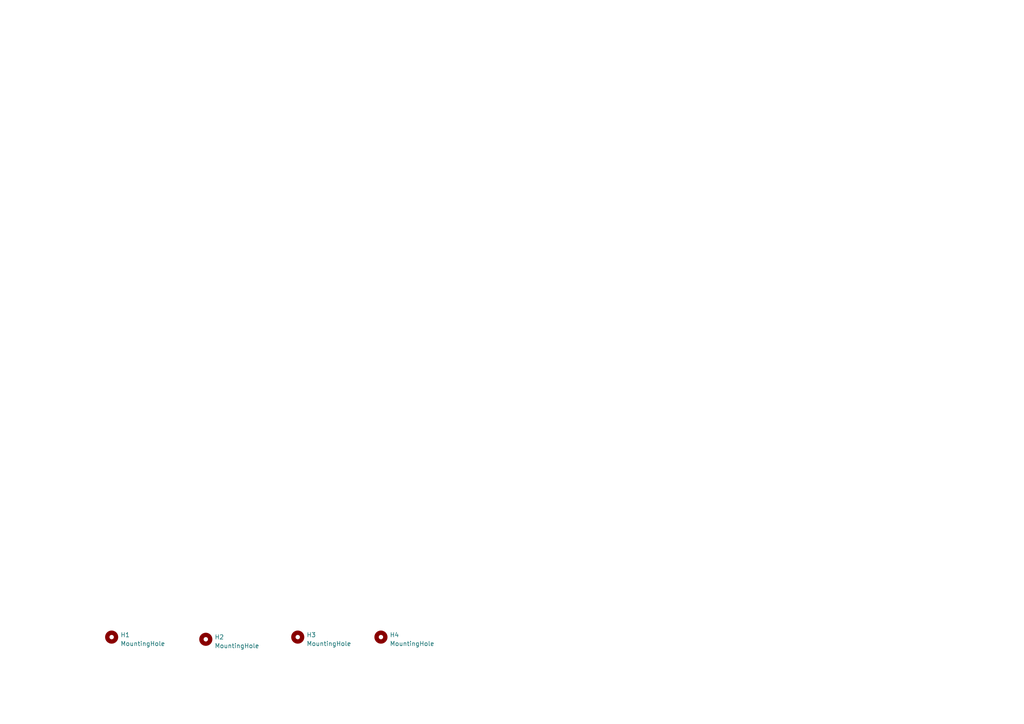
<source format=kicad_sch>
(kicad_sch (version 20250114) (generator "eeschema") (generator_version "9.0")
  (paper "A4")
  (title_block (title "Template") (date "2025-07-24") (rev "V5.0"))
  (lib_symbols
    (symbol "Mechanical:MountingHole" (pin_names (offset 1.016))
      (property "Reference" "H" (at 0 5.08 0))
      (property "Value" "MountingHole" (at 0 3.175 0))
      (symbol "MountingHole_0_1"
        (circle (center 0 0) (radius 1.27) (stroke (width 1.27)))
      )
    )
  )
  (symbol (lib_id "Mechanical:MountingHole") (at 59.69 185.42 0) (unit 1)
    (property "Reference" "H2" (at 62.23 184.785 0) (effects (justify left)))
    (property "Value" "MountingHole" (at 62.23 187.325 0) (effects (justify left)))
    (property "Footprint" "MountingHole:MountingHole_3.2mm_M3_Pad" (effects (hide yes)))
  )
  (symbol (lib_id "Mechanical:MountingHole") (at 86.36 184.785 0) (unit 1)
    (property "Reference" "H3" (at 88.9 184.15 0) (effects (justify left)))
    (property "Value" "MountingHole" (at 88.9 186.69 0) (effects (justify left)))
    (property "Footprint" "MountingHole:MountingHole_3.2mm_M3_Pad" (effects (hide yes)))
  )
  (symbol (lib_id "Mechanical:MountingHole") (at 110.49 184.785 0) (unit 1)
    (property "Reference" "H4" (at 113.03 184.15 0) (effects (justify left)))
    (property "Value" "MountingHole" (at 113.03 186.69 0) (effects (justify left)))
    (property "Footprint" "MountingHole:MountingHole_3.2mm_M3_Pad" (effects (hide yes)))
  )
  (symbol (lib_id "Mechanical:MountingHole") (at 32.385 184.785 0) (unit 1)
    (property "Reference" "H1" (at 34.925 184.15 0) (effects (justify left)))
    (property "Value" "MountingHole" (at 34.925 186.69 0) (effects (justify left)))
    (property "Footprint" "MountingHole:MountingHole_3.2mm_M3_Pad" (effects (hide yes)))
  )
)
</source>
